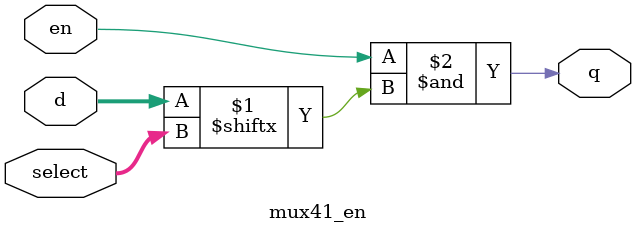
<source format=v>
`timescale 1ns / 1ps
module mux41_en(input [1:0] select, input [3:0] d, input en, output q );

assign q = (en & d[select]);


endmodule

</source>
